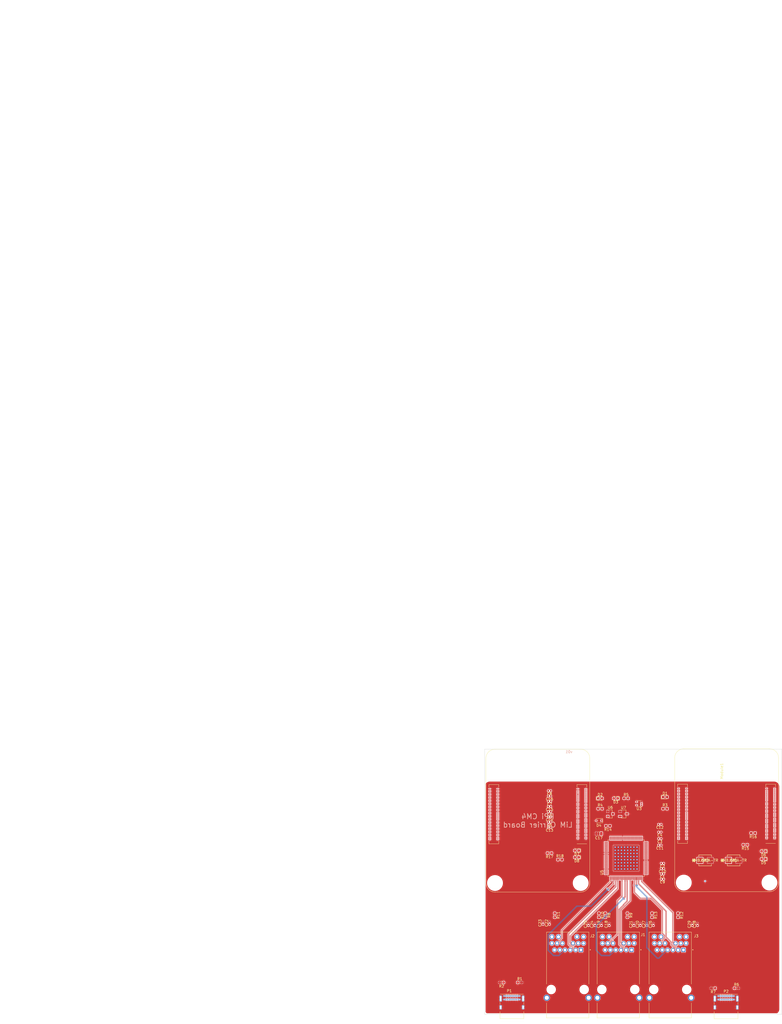
<source format=kicad_pcb>
(kicad_pcb (version 20210623) (generator pcbnew)
  (title_block (title "Raspberry Pi Compute Module 4 Carrier Template") (date "2021-06-03") (rev "v01") (comment 2 "creativecommons.org/licenses/by/4.0/") (comment 3 "License: CC BY-SA 4.0") (comment 4 "Author: Shawn Hymel") (comment 5 "Edited By: Anish Verma"))
  (layers (0 "F.Cu" signal) (31 "B.Cu" signal) (34 "B.Paste" user) (35 "F.Paste" user) (36 "B.SilkS" user "B.Silkscreen") (37 "F.SilkS" user "F.Silkscreen") (38 "B.Mask" user) (39 "F.Mask" user) (44 "Edge.Cuts" user))
  (net 0 "")
  (net 1 "GND")
  (net 2 "+5V")
  (net 3 "+3.3V")
  (net 4 "Net-(D1-Pad1)")
  (net 5 "Net-(D2-Pad1)")
  (net 6 "USB_DM")
  (net 7 "USB_DP")
  (net 8 "USB_DM2")
  (net 9 "USB_DP2")
  (net 10 "Net-(C1-Pad2)")
  (net 11 "Net-(C2-Pad2)")
  (net 12 "+1.8V")
  (net 13 "Net-(D3-Pad1)")
  (net 14 "/nPWR_LED")
  (net 15 "Net-(C3-Pad2)")
  (net 16 "Eth3_A_P")
  (net 17 "Net-(C4-Pad2)")
  (net 18 "Net-(C5-Pad2)")
  (net 19 "Eth3_A_N")
  (net 20 "Eth3_B_P")
  (net 21 "Eth3_B_N")
  (net 22 "Eth3_C_P")
  (net 23 "Eth3_C_N")
  (net 24 "Eth3_D_P")
  (net 25 "Eth3_D_N")
  (net 26 "Eth4_A_P")
  (net 27 "Eth4_A_N")
  (net 28 "Eth4_B_P")
  (net 29 "Eth4_B_N")
  (net 30 "Eth4_C_P")
  (net 31 "Eth4_C_N")
  (net 32 "Eth4_D_P")
  (net 33 "Eth4_D_N")
  (net 34 "Eth5_A_P")
  (net 35 "Eth5_A_N")
  (net 36 "Eth5_B_P")
  (net 37 "Eth5_B_N")
  (net 38 "Eth5_C_P")
  (net 39 "Eth5_C_N")
  (net 40 "Eth5_D_P")
  (net 41 "Eth5_D_N")
  (net 42 "Net-(C6-Pad2)")
  (net 43 "/nLED_Activity")
  (net 44 "/GPIO7")
  (net 45 "/GPIO11")
  (net 46 "/GPIO8")
  (net 47 "/GPIO9")
  (net 48 "/GPIO10")
  (net 49 "/GPIO15")
  (net 50 "/GPIO14")
  (net 51 "/GPIO3")
  (net 52 "/GPIO2")
  (net 53 "/nRPIBOOT")
  (net 54 "/nLED_Activity2")
  (net 55 "Net-(C7-Pad2)")
  (net 56 "Net-(C8-Pad2)")
  (net 57 "Net-(C9-Pad2)")
  (net 58 "Net-(C10-Pad2)")
  (net 59 "Net-(C11-Pad2)")
  (net 60 "Net-(C12-Pad2)")
  (net 61 "Net-(C13-Pad2)")
  (net 62 "Net-(C14-Pad2)")
  (net 63 "Net-(C15-Pad2)")
  (net 64 "Net-(C16-Pad2)")
  (net 65 "Net-(P1-PadA5)")
  (net 66 "Net-(P1-PadB5)")
  (net 67 "Net-(P2-PadA5)")
  (net 68 "Net-(P2-PadB5)")
  (net 69 "Net-(R5-Pad2)")
  (net 70 "Net-(U5-Pad104)")
  (net 71 "Net-(U5-Pad10)")
  (net 72 "LED1_1")
  (net 73 "LED1_0")
  (net 74 "LED2_1")
  (net 75 "LED2_0")
  (net 76 "LED3_1")
  (net 77 "LED3_0")
  (net 78 "Net-(C17-Pad1)")
  (net 79 "LED4_0")
  (net 80 "Net-(D5-Pad2)")
  (net 81 "LED4_1")
  (net 82 "Net-(D6-Pad2)")
  (net 83 "LED5_0")
  (net 84 "Net-(D7-Pad2)")
  (net 85 "LED5_1")
  (net 86 "Net-(D8-Pad2)")
  (net 87 "Net-(C18-Pad1)")
  (net 88 "Net-(C19-Pad1)")
  (net 89 "Net-(C20-Pad1)")
  (net 90 "Net-(C21-Pad1)")
  (net 91 "Net-(C22-Pad1)")
  (net 92 "Net-(C23-Pad1)")
  (net 93 "Net-(C24-Pad1)")
  (net 94 "Net-(C25-Pad1)")
  (net 95 "Net-(C26-Pad1)")
  (net 96 "Net-(C27-Pad1)")
  (net 97 "Net-(C28-Pad1)")
  (net 98 "Net-(C29-Pad1)")
  (net 99 "Eth2_C_N")
  (net 100 "Eth2_C_P")
  (net 101 "Eth2_B_P")
  (net 102 "Eth2_B_N")
  (net 103 "Eth2_D_P")
  (net 104 "Eth2_D_N")
  (net 105 "Eth2_A_N")
  (net 106 "Eth2_A_P")
  (net 107 "Net-(J1-Pad14)")
  (net 108 "Net-(J1-Pad16)")
  (net 109 "Eth1_C_N")
  (net 110 "Eth1_C_P")
  (net 111 "Eth1_B_P")
  (net 112 "Eth1_B_N")
  (net 113 "Eth1_D_P")
  (net 114 "Eth1_D_N")
  (net 115 "Eth1_A_N")
  (net 116 "Eth1_A_P")
  (net 117 "Net-(J2-Pad14)")
  (net 118 "Net-(J2-Pad16)")
  (net 119 "Net-(J3-Pad14)")
  (net 120 "Net-(J3-Pad16)")
  (footprint "LED_SMD:LED_0603_1608Metric" (layer "F.Cu") (at 190.425 86.779 180)
    (fp_text reference "D5")
    (fp_text value "LED Green")
  )
  (footprint "Capacitor_SMD:C_0402_1005Metric" (layer "F.Cu") (at 123 111.909 90)
    (fp_text reference "C25")
    (fp_text value "C")
  )
  (footprint "Capacitor_SMD:C_0805_2012Metric" (layer "F.Cu") (at 127 77 180)
    (fp_text reference "C17")
    (fp_text value "C")
  )
  (footprint "Resistor_SMD:R_0603_1608Metric" (layer "F.Cu") (at 96.525 134.3)
    (fp_text reference "R1")
    (fp_text value "5.1k")
  )
  (footprint "Connector_USB:USB_C_Receptacle_GCT_USB4085" (layer "F.Cu") (at 173.025 139.5)
    (fp_text reference "P2")
    (fp_text value "USB_C_Plug_USB2.0")
  )
  (footprint "Capacitor_SMD:C_0402_1005Metric" (layer "F.Cu") (at 128 111.909 90)
    (fp_text reference "C19")
    (fp_text value "C")
  )
  (footprint "Resistor_SMD:R_0603_1608Metric" (layer "F.Cu") (at 171.025 136.5 180)
    (fp_text reference "R7")
    (fp_text value "5.1k")
  )
  (footprint "Resistor_SMD:R_0603_1608Metric" (layer "F.Cu") (at 127 108.409 -90)
    (fp_text reference "R10")
    (fp_text value "50")
  )
  (footprint "Capacitor_SMD:C_0402_1005Metric" (layer "F.Cu") (at 108 64.5 180)
    (fp_text reference "C7")
    (fp_text value "C")
  )
  (footprint "Resistor_SMD:R_0603_1608Metric" (layer "F.Cu") (at 147.5 108.409 -90)
    (fp_text reference "R13")
    (fp_text value "50")
  )
  (footprint "Connector_USB:USB_C_Receptacle_GCT_USB4085" (layer "F.Cu") (at 90.525 139.475)
    (fp_text reference "P1")
    (fp_text value "USB_C_Plug_USB2.0")
  )
  (footprint "Capacitor_SMD:C_0402_1005Metric" (layer "F.Cu") (at 143 111.909 90)
    (fp_text reference "C20")
    (fp_text value "C")
  )
  (footprint "BEL_0826-1G1T-23-F:BEL_0826-1G1T-23-F" (layer "F.Cu") (at 134.5 137 180)
    (fp_text reference "J1")
    (fp_text value "0826-1G1T-23-F")
  )
  (footprint "Capacitor_SMD:C_0402_1005Metric" (layer "F.Cu") (at 108 68.5 180)
    (fp_text reference "C6")
    (fp_text value "C")
  )
  (footprint "Capacitor_SMD:C_0402_1005Metric" (layer "F.Cu") (at 165 111.909 90)
    (fp_text reference "C28")
    (fp_text value "C")
  )
  (footprint "Capacitor_SMD:C_0402_1005Metric" (layer "F.Cu") (at 150.5 76.409 180)
    (fp_text reference "C4")
    (fp_text value "C")
  )
  (footprint "footprints:SMBJ5.0A-TR" (layer "F.Cu") (at 178.925 87.279)
    (fp_text reference "CR1")
    (fp_text value "SMBJ5.0A-TR")
  )
  (footprint "Resistor_SMD:R_0603_1608Metric" (layer "F.Cu") (at 112 87)
    (fp_text reference "R18")
    (fp_text value "50")
  )
  (footprint "Capacitor_SMD:C_0402_1005Metric" (layer "F.Cu") (at 125.5 111.909 90)
    (fp_text reference "C24")
    (fp_text value "C")
  )
  (footprint "Capacitor_SMD:C_0402_1005Metric" (layer "F.Cu") (at 108 60.5 180)
    (fp_text reference "C8")
    (fp_text value "C")
  )
  (footprint "Capacitor_SMD:C_0402_1005Metric" (layer "F.Cu") (at 145.5 111.909 90)
    (fp_text reference "C27")
    (fp_text value "C")
  )
  (footprint "Resistor_SMD:R_0603_1608Metric" (layer "F.Cu") (at 157.5 108.409 -90)
    (fp_text reference "R12")
    (fp_text value "50")
  )
  (footprint "LED_SMD:LED_0603_1608Metric" (layer "F.Cu") (at 190.425 83.779 180)
    (fp_text reference "D6")
    (fp_text value "LED Green")
  )
  (footprint "Capacitor_SMD:C_0402_1005Metric" (layer "F.Cu") (at 140.5 111.909 90)
    (fp_text reference "C21")
    (fp_text value "C")
  )
  (footprint "Capacitor_SMD:C_0402_1005Metric" (layer "F.Cu") (at 108 62.5 180)
    (fp_text reference "C16")
    (fp_text value "C")
  )
  (footprint "Package_TO_SOT_SMD:SOT-23" (layer "F.Cu") (at 131.42 69.409)
    (fp_text reference "U6")
    (fp_text value "AP2127N-2.5")
  )
  (footprint "Resistor_SMD:R_0603_1608Metric" (layer "F.Cu") (at 183.425 81.279 180)
    (fp_text reference "R15")
    (fp_text value "50")
  )
  (footprint "Capacitor_SMD:C_0402_1005Metric" (layer "F.Cu") (at 108 70.5 180)
    (fp_text reference "C14")
    (fp_text value "C")
  )
  (footprint "LED_SMD:LED_0603_1608Metric" (layer "F.Cu") (at 118.5 83.5 180)
    (fp_text reference "D7")
    (fp_text value "LED Green")
  )
  (footprint "Capacitor_SMD:C_0402_1005Metric" (layer "F.Cu") (at 108 72.5 180)
    (fp_text reference "C5")
    (fp_text value "C")
  )
  (footprint "LED_SMD:LED_0603_1608Metric" (layer "F.Cu") (at 118.5 86.09 180)
    (fp_text reference "D8")
    (fp_text value "LED Green")
  )
  (footprint "Resistor_SMD:R_0603_1608Metric" (layer "F.Cu") (at 137.5 63.409)
    (fp_text reference "R5")
    (fp_text value "1k")
  )
  (footprint "footprints:SMBJ5.0A-TR" (layer "F.Cu") (at 167.925 87.279)
    (fp_text reference "CR2")
    (fp_text value "SMBJ5.0A-TR")
  )
  (footprint "LED_SMD:LED_0603_1608Metric" (layer "F.Cu") (at 152.5 62.909)
    (fp_text reference "D1")
    (fp_text value "LED Green")
  )
  (footprint "BEL_0826-1G1T-23-F:BEL_0826-1G1T-23-F" (layer "F.Cu") (at 154.5 137 180)
    (fp_text reference "J3")
    (fp_text value "0826-1G1T-23-F")
  )
  (footprint "Diode_SMD:D_SOD-323" (layer "F.Cu") (at 127 72 180)
    (fp_text reference "D4")
    (fp_text value "D")
  )
  (footprint "Resistor_SMD:R_0603_1608Metric" (layer "F.Cu") (at 152.5 67.409)
    (fp_text reference "R3")
    (fp_text value "1k")
  )
  (footprint "Capacitor_SMD:C_0402_1005Metric" (layer "F.Cu") (at 105.5 111.409 90)
    (fp_text reference "C23")
    (fp_text value "C")
  )
  (footprint "Resistor_SMD:R_0603_1608Metric" (layer "F.Cu") (at 110 108.409 -90)
    (fp_text reference "R11")
    (fp_text value "50")
  )
  (footprint "Capacitor_SMD:C_0402_1005Metric" (layer "F.Cu") (at 151.5 90.409 180)
    (fp_text reference "C10")
    (fp_text value "C")
  )
  (footprint "Resistor_SMD:R_0603_1608Metric" (layer "F.Cu") (at 129.5 108.409 -90)
    (fp_text reference "R8")
    (fp_text value "50")
  )
  (footprint "Capacitor_SMD:C_0402_1005Metric" (layer "F.Cu") (at 108 74.5 180)
    (fp_text reference "C13")
    (fp_text value "C")
  )
  (footprint "Capacitor_SMD:C_0402_1005Metric" (layer "F.Cu") (at 163 111.909 90)
    (fp_text reference "C29")
    (fp_text value "C")
  )
  (footprint "Resistor_SMD:R_0603_1608Metric" (layer "F.Cu") (at 130.5 74 180)
    (fp_text reference "R14")
    (fp_text value "10k")
  )
  (footprint "BEL_0826-1G1T-23-F:BEL_0826-1G1T-23-F" (layer "F.Cu") (at 115 137 180)
    (fp_text reference "J2")
    (fp_text value "0826-1G1T-23-F")
  )
  (footprint "library:QFP40P1600X1600X120-129N" (layer "F.Cu") (at 137.5 86.409 90)
    (fp_text reference "U5")
    (fp_text value "KSZ9567RTXI")
  )
  (footprint "Resistor_SMD:R_0603_1608Metric" (layer "F.Cu") (at 89.525 134.3 180)
    (fp_text reference "R2")
    (fp_text value "5.1k")
  )
  (footprint "Capacitor_SMD:C_0402_1005Metric" (layer "F.Cu") (at 150.5 81.409 180)
    (fp_text reference "C11")
    (fp_text value "C")
  )
  (footprint "Resistor_SMD:R_0603_1608Metric" (layer "F.Cu") (at 180.025 136.5)
    (fp_text reference "R6")
    (fp_text value "5.1k")
  )
  (footprint "Resistor_SMD:R_0603_1608Metric" (layer "F.Cu") (at 186.425 76.779 180)
    (fp_text reference "R16")
    (fp_text value "50")
  )
  (footprint "Package_TO_SOT_SMD:TSOT-23" (layer "F.Cu") (at 136.5 69.409)
    (fp_text reference "U7")
    (fp_text value "AP2127N3-1.2")
  )
  (footprint "LED_SMD:LED_0603_1608Metric" (layer "F.Cu") (at 127.5 63.409)
    (fp_text reference "D2")
    (fp_text value "LED Green")
  )
  (footprint "Capacitor_SMD:C_0402_1005Metric" (layer "F.Cu") (at 151.5 92.479 180)
    (fp_text reference "C1")
    (fp_text value "C")
  )
  (footprint "Capacitor_SMD:C_0402_1005Metric" (layer "F.Cu") (at 108 111.409 90)
    (fp_text reference "C22")
    (fp_text value "C")
  )
  (footprint "LED_SMD:LED_0603_1608Metric" (layer "F.Cu") (at 133.5 63.409 180)
    (fp_text reference "D3")
    (fp_text value "LED Red")
  )
  (footprint "CM4IO:Raspberry-Pi-4-Compute-Module" (layer "F.Cu") (at 192.7125 47.844 180)
    (fp_text reference "Module1")
    (fp_text value "ComputeModule4-CM4")
  )
  (footprint "Resistor_SMD:R_0603_1608Metric" (layer "F.Cu") (at 138 108.409 -90)
    (fp_text reference "R9")
    (fp_text value "50")
  )
  (footprint "Resistor_SMD:R_0603_1608Metric" (layer "F.Cu") (at 108 84.5 180)
    (fp_text reference "R17")
    (fp_text value "50")
  )
  (footprint "Resistor_SMD:R_0603_1608Metric" (layer "F.Cu") (at 127.5 67.409)
    (fp_text reference "R4")
    (fp_text value "1k")
  )
  (footprint "Capacitor_SMD:C_0402_1005Metric" (layer "F.Cu") (at 151.5 88.409 180)
    (fp_text reference "C2")
    (fp_text value "C")
  )
  (footprint "Capacitor_SMD:C_0402_1005Metric" (layer "F.Cu") (at 151.5 94.479 180)
    (fp_text reference "C9")
    (fp_text value "C")
  )
  (footprint "Package_TO_SOT_SMD:SOT-353_SC-70-5" (layer "F.Cu") (at 142.5 65.409 180)
    (fp_text reference "U3")
    (fp_text value "74LVC1G07SE-7")
  )
  (footprint "Capacitor_SMD:C_0402_1005Metric" (layer "F.Cu") (at 131 111.909 90)
    (fp_text reference "C18")
    (fp_text value "C")
  )
  (footprint "CM4IO:Raspberry-Pi-4-Compute-Module" (layer "F.Cu") (at 120 48 180)
    (fp_text reference "Module2" hide)
    (fp_text value "ComputeModule4-CM4")
  )
  (footprint "Capacitor_SMD:C_0402_1005Metric" (layer "F.Cu") (at 150.5 73.409 180)
    (fp_text reference "C12")
    (fp_text value "C")
  )
  (footprint "Capacitor_SMD:C_0402_1005Metric" (layer "F.Cu") (at 108 66.5 180)
    (fp_text reference "C15")
    (fp_text value "C")
  )
  (footprint "Capacitor_SMD:C_0402_1005Metric" (layer "F.Cu") (at 150.5 78.909 180)
    (fp_text reference "C3")
    (fp_text value "C")
  )
  (footprint "Capacitor_SMD:C_0402_1005Metric" (layer "F.Cu") (at 148 111.909 90)
    (fp_text reference "C26")
    (fp_text value "C")
  )
  (gr_line (start 197.5 146.5) (end 83 146.5) (layer "Edge.Cuts") (width 0.1))
  (gr_line (start 83 146.5) (end 83 44.5) (layer "Edge.Cuts") (width 0.1))
  (gr_line (start 197.5 44.5) (end 197.5 146.5) (layer "Edge.Cuts") (width 0.1))
  (gr_line (start 83 44.5) (end 197.5 44.5) (layer "Edge.Cuts") (width 0.1))
  (gr_text "RPi CM4\nLiM Carrier Board" (at 103.5 72) (layer "B.SilkS") (effects (font (size 2 2) (thickness 0.3)) (justify mirror)))
  (gr_text "v01" (at 115.5 45.5) (layer "B.SilkS") (effects (font (size 1 1)) (justify mirror)))
  (via (at 167.925 95.279) (size 0.508) (drill 0.254) (layers "F.Cu" "B.Cu") (net 0))
  (segment (start 118.920489 73.300489) (end 118.92 73.3) (width 0.2) (layer "F.Cu") (net 1))
  (segment (start 122 79.3) (end 121.41088 79.3) (width 0.2) (layer "F.Cu") (net 1))
  (segment (start 119.50912 71.3) (end 118.92 71.3) (width 0.2) (layer "F.Cu") (net 1))
  (segment (start 118.92 62.1) (end 118.92 61.7) (width 0.2) (layer "F.Cu") (net 12))
  (segment (start 140.335298 97.254663) (end 140.335298 96.563336) (width 0.1524) (layer "F.Cu") (net 16))
  (segment (start 151.299599 118.356401) (end 151.299599 117.926651) (width 0.1524) (layer "F.Cu") (net 16))
  (segment (start 152.076961 117.149289) (end 152.076961 116.210711) (width 0.1524) (layer "F.Cu") (net 16))
  (segment (start 151.299599 115.433349) (end 151.299599 106.424127) (width 0.1524) (layer "F.Cu") (net 16))
  (segment (start 140.335298 96.563336) (end 140.5476 96.351034) (width 0.1524) (layer "F.Cu") (net 16))
  (segment (start 140.5476 96.351034) (end 140.5476 95.229101) (width 0.1524) (layer "F.Cu") (net 16))
  (segment (start 140.5476 97.466966) (end 140.335298 97.254663) (width 0.1524) (layer "F.Cu") (net 16))
  (segment (start 151.299599 117.926651) (end 152.076961 117.149289) (width 0.1524) (layer "F.Cu") (net 16))
  (segment (start 146.936872 102.0614) (end 142.936872 102.0614) (width 0.1524) (layer "F.Cu") (net 16))
  (segment (start 140.5476 95.229101) (end 140.5 95.181501) (width 0.1524) (layer "F.Cu") (net 16))
  (segment (start 152.076961 116.210711) (end 151.299599 115.433349) (width 0.1524) (layer "F.Cu") (net 16))
  (segment (start 151.299599 106.424127) (end 146.936872 102.0614) (width 0.1524) (layer "F.Cu") (net 16))
  (segment (start 140.5476 99.672128) (end 140.5476 97.466966) (width 0.1524) (layer "F.Cu") (net 16))
  (segment (start 142.936872 102.0614) (end 140.5476 99.672128) (width 0.1524) (layer "F.Cu") (net 16))
  (segment (start 140.5 95.181501) (end 140.5 94.079) (width 0.1524) (layer "F.Cu") (net 16))
  (segment (start 150.436 119.22) (end 151.299599 118.356401) (width 0.1524) (layer "F.Cu") (net 16))
  (segment (start 152.381752 117.275537) (end 152.381752 116.084462) (width 0.1524) (layer "F.Cu") (net 19))
  (segment (start 152.381752 116.084462) (end 151.604401 115.307111) (width 0.1524) (layer "F.Cu") (net 19))
  (segment (start 140.640089 96.689585) (end 140.8524 96.477274) (width 0.1524) (layer "F.Cu") (net 19))
  (segment (start 147.063128 101.7566) (end 143.063128 101.7566) (width 0.1524) (layer "F.Cu") (net 19))
  (segment (start 152.468 119.22) (end 151.604401 118.356401) (width 0.1524) (layer "F.Cu") (net 19))
  (segment (start 140.8524 95.229101) (end 140.9 95.181501) (width 0.1524) (layer "F.Cu") (net 19))
  (segment (start 151.604401 106.297873) (end 147.063128 101.7566) (width 0.1524) (layer "F.Cu") (net 19))
  (segment (start 151.604401 115.307111) (end 151.604401 106.297873) (width 0.1524) (layer "F.Cu") (net 19))
  (segment (start 151.604401 118.052888) (end 152.381752 117.275537) (width 0.1524) (layer "F.Cu") (net 19))
  (segment (start 140.640089 97.128415) (end 140.640089 96.689585) (width 0.1524) (layer "F.Cu") (net 19))
  (segment (start 143.063128 101.7566) (end 140.8524 99.545872) (width 0.1524) (layer "F.Cu") (net 19))
  (segment (start 140.8524 96.477274) (end 140.8524 95.229101) (width 0.1524) (layer "F.Cu") (net 19))
  (segment (start 140.8524 97.340726) (end 140.640089 97.128415) (width 0.1524) (layer "F.Cu") (net 19))
  (segment (start 140.9 95.181501) (end 140.9 94.079) (width 0.1524) (layer "F.Cu") (net 19))
  (segment (start 151.604401 118.356401) (end 151.604401 118.052888) (width 0.1524) (layer "F.Cu") (net 19))
  (segment (start 140.8524 99.545872) (end 140.8524 97.340726) (width 0.1524) (layer "F.Cu") (net 19))
  (segment (start 141.3476 93.909) (end 141.347599 96.731201) (width 0.1524) (layer "F.Cu") (net 20))
  (segment (start 141.347599 96.731201) (end 141.1698 96.909) (width 0.1524) (layer "F.Cu") (net 20))
  (via (at 141.1698 96.909) (size 0.508) (drill 0.254) (layers "F.Cu" "B.Cu") (net 20))
  (via (at 141.1698 96.909) (size 0.508) (drill 0.254) (layers "F.Cu" "B.Cu") (net 20))
  (segment (start 153.484 121.76) (end 150.1826 125.0614) (width 0.1524) (layer "B.Cu") (net 20))
  (segment (start 149.436872 125.0614) (end 145.347599 120.972127) (width 0.1524) (layer "B.Cu") (net 20))
  (segment (start 141.347599 97.472127) (end 141.347599 97.086799) (width 0.1524) (layer "B.Cu") (net 20))
  (segment (start 145.347599 120.972127) (end 145.347599 101.472127) (width 0.1524) (layer "B.Cu") (net 20))
  (segment (start 141.347599 97.086799) (end 141.1698 96.909) (width 0.1524) (layer "B.Cu") (net 20))
  (segment (start 150.1826 125.0614) (end 149.436872 125.0614) (width 0.1524) (layer "B.Cu") (net 20))
  (segment (start 145.347599 101.472127) (end 141.347599 97.472127) (width 0.1524) (layer "B.Cu") (net 20))
  (segment (start 141.6524 93.909) (end 141.652401 96.731201) (width 0.1524) (layer "F.Cu") (net 21))
  (segment (start 141.652401 96.731201) (end 141.8302 96.909) (width 0.1524) (layer "F.Cu") (net 21))
  (via (at 141.8302 96.909) (size 0.508) (drill 0.254) (layers "F.Cu" "B.Cu") (net 21))
  (via (at 141.8302 96.909) (size 0.508) (drill 0.254) (layers "F.Cu" "B.Cu") (net 21))
  (segment (start 141.652401 97.345873) (end 141.652401 97.086799) (width 0.1524) (layer "B.Cu") (net 21))
  (segment (start 151.452 123.360947) (end 150.056347 124.7566) (width 0.1524) (layer "B.Cu") (net 21))
  (segment (start 141.652401 97.086799) (end 141.8302 96.909) (width 0.1524) (layer "B.Cu") (net 21))
  (segment (start 150.056347 124.7566) (end 149.563128 124.7566) (width 0.1524) (layer "B.Cu") (net 21))
  (segment (start 145.652401 120.845873) (end 145.652401 101.345873) (width 0.1524) (layer "B.Cu") (net 21))
  (segment (start 149.563128 124.7566) (end 145.652401 120.845873) (width 0.1524) (layer "B.Cu") (net 21))
  (segment (start 145.652401 101.345873) (end 141.652401 97.345873) (width 0.1524) (layer "B.Cu") (net 21))
  (segment (start 151.452 121.76) (end 151.452 123.360947) (width 0.1524) (layer "B.Cu") (net 21))
  (segment (start 156.361578 120.914422) (end 155.830146 120.914422) (width 0.1524) (layer "F.Cu") (net 22))
  (segment (start 152.733672 106.929454) (end 142.1476 96.343382) (width 0.1524) (layer "F.Cu") (net 22))
  (segment (start 152.733672 116.8582) (end 152.733672 106.929454) (width 0.1524) (layer "F.Cu") (net 22))
  (segment (start 142.1476 95.229101) (end 142.1 95.181501) (width 0.1524) (layer "F.Cu") (net 22))
  (segment (start 142.1476 96.343382) (end 142.1476 95.229101) (width 0.1524) (layer "F.Cu") (net 22))
  (segment (start 154.690889 118.815417) (end 152.733672 116.8582) (width 0.1524) (layer "F.Cu") (net 22))
  (segment (start 142.1 95.181501) (end 142.1 94.079) (width 0.1524) (layer "F.Cu") (net 22))
  (segment (start 155.516 121.76) (end 156.361578 120.914422) (width 0.1524) (layer "F.Cu") (net 22))
  (segment (start 154.690889 119.775165) (end 154.690889 118.815417) (width 0.1524) (layer "F.Cu") (net 22))
  (segment (start 155.830146 120.914422) (end 154.690889 119.775165) (width 0.1524) (layer "F.Cu") (net 22))
  (segment (start 157.548 121.76) (end 156.684401 120.896401) (width 0.1524) (layer "F.Cu") (net 23))
  (segment (start 142.4524 96.217143) (end 142.4524 95.229101) (width 0.1524) (layer "F.Cu") (net 23))
  (segment (start 154.99568 118.689152) (end 153.038463 116.731935) (width 0.1524) (layer "F.Cu") (net 23))
  (segment (start 153.038463 106.803206) (end 142.4524 96.217143) (width 0.1524) (layer "F.Cu") (net 23))
  (segment (start 142.5 95.181501) (end 142.5 94.079) (width 0.1524) (layer "F.Cu") (net 23))
  (segment (start 156.684401 120.609631) (end 155.956395 120.609631) (width 0.1524) (layer "F.Cu") (net 23))
  (segment (start 142.4524 95.229101) (end 142.5 95.181501) (width 0.1524) (layer "F.Cu") (net 23))
  (segment (start 154.99568 119.648916) (end 154.99568 118.689152) (width 0.1524) (layer "F.Cu") (net 23))
  (segment (start 155.956395 120.609631) (end 154.99568 119.648916) (width 0.1524) (layer "F.Cu") (net 23))
  (segment (start 156.684401 120.896401) (end 156.684401 120.609631) (width 0.1524) (layer "F.Cu") (net 23))
  (segment (start 153.038463 116.731935) (end 153.038463 106.803206) (width 0.1524) (layer "F.Cu") (net 23))
  (segment (start 155.3476 119.047222) (end 155.3476 107.472128) (width 0.1524) (layer "F.Cu") (net 24))
  (segment (start 156.102165 120.257711) (end 155.494289 119.649835) (width 0.1524) (layer "F.Cu") (net 24))
  (segment (start 158.2592 119.5248) (end 157.694746 119.5248) (width 0.1524) (layer "F.Cu") (net 24))
  (segment (start 157.694746 119.5248) (end 156.961835 120.257711) (width 0.1524) (layer "F.Cu") (net 24))
  (segment (start 155.494289 119.193911) (end 155.3476 119.047222) (width 0.1524) (layer "F.Cu") (net 24))
  (segment (start 143.3476 95.472128) (end 143.3476 95.229101) (width 0.1524) (layer "F.Cu") (net 24))
  (segment (start 155.494289 119.649835) (end 155.494289 119.193911) (width 0.1524) (layer "F.Cu") (net 24))
  (segment (start 158.564 119.22) (end 158.2592 119.5248) (width 0.1524) (layer "F.Cu") (net 24))
  (segment (start 143.3 95.181501) (end 143.3 94.079) (width 0.1524) (layer "F.Cu") (net 24))
  (segment (start 156.961835 120.257711) (end 156.102165 120.257711) (width 0.1524) (layer "F.Cu") (net 24))
  (segment (start 155.3476 107.472128) (end 143.3476 95.472128) (width 0.1524) (layer "F.Cu") (net 24))
  (segment (start 143.3476 95.229101) (end 143.3 95.181501) (width 0.1524) (layer "F.Cu") (net 24))
  (segment (start 143.6524 95.345872) (end 143.6524 95.229101) (width 0.1524) (layer "F.Cu") (net 25))
  (segment (start 155.6524 107.345872) (end 143.6524 95.345872) (width 0.1524) (layer "F.Cu") (net 25))
  (segment (start 156.532 119.22) (end 155.951434 119.22) (width 0.1524) (layer "F.Cu") (net 25))
  (segment (start 155.6524 118.920966) (end 155.6524 107.345872) (width 0.1524) (layer "F.Cu") (net 25))
  (segment (start 143.7 95.181501) (end 143.7 94.079) (width 0.1524) (layer "F.Cu") (net 25))
  (segment (start 155.951434 119.22) (end 155.6524 118.920966) (width 0.1524) (layer "F.Cu") (net 25))
  (segment (start 143.6524 95.229101) (end 143.7 95.181501) (width 0.1524) (layer "F.Cu") (net 25))
  (segment (start 138.0524 95.229101) (end 138.1 95.181501) (width 0.1524) (layer "F.Cu") (net 99))
  (segment (start 137.548 121.76) (end 136.684401 120.896401) (width 0.1524) (layer "F.Cu") (net 99))
  (segment (start 136.684401 120.562031) (end 135.976112 120.562031) (width 0.1524) (layer "F.Cu") (net 99))
  (segment (start 136.684401 120.896401) (end 136.684401 120.562031) (width 0.1524) (layer "F.Cu") (net 99))
  (segment (start 138.1 95.181501) (end 138.1 94.079) (width 0.1524) (layer "F.Cu") (net 99))
  (segment (start 136.684401 104.383427) (end 138.0524 103.015428) (width 0.1524) (layer "F.Cu") (net 99))
  (segment (start 136.684401 104.511381) (end 136.684401 104.383427) (width 0.1524) (layer "F.Cu") (net 99))
  (segment (start 134.99568 119.581599) (end 134.99568 106.200102) (width 0.1524) (layer "F.Cu") (net 99))
  (segment (start 134.99568 106.200102) (end 136.684401 104.511381) (width 0.1524) (layer "F.Cu") (net 99))
  (segment (start 138.0524 103.015428) (end 138.0524 95.229101) (width 0.1524) (layer "F.Cu") (net 99))
  (segment (start 135.976112 120.562031) (end 134.99568 119.581599) (width 0.1524) (layer "F.Cu") (net 99))
  (segment (start 137.7476 102.889172) (end 137.7476 95.229101) (width 0.1524) (layer "F.Cu") (net 100))
  (segment (start 136.379599 104.385143) (end 136.379599 104.257173) (width 0.1524) (layer "F.Cu") (net 100))
  (segment (start 135.516 121.76) (end 136.379599 120.896401) (width 0.1524) (layer "F.Cu") (net 100))
  (segment (start 134.690889 106.073853) (end 136.379599 104.385143) (width 0.1524) (layer "F.Cu") (net 100))
  (segment (start 137.7476 95.229101) (end 137.7 95.181501) (width 0.1524) (layer "F.Cu") (net 100))
  (segment (start 137.7 95.181501) (end 137.7 94.079) (width 0.1524) (layer "F.Cu") (net 100))
  (segment (start 136.379599 104.257173) (end 137.7476 102.889172) (width 0.1524) (layer "F.Cu") (net 100))
  (segment (start 135.879443 120.896401) (end 134.690889 119.707847) (width 0.1524) (layer "F.Cu") (net 100))
  (segment (start 134.690889 119.707847) (end 134.690889 106.073853) (width 0.1524) (layer "F.Cu") (net 100))
  (segment (start 136.379599 120.896401) (end 135.879443 120.896401) (width 0.1524) (layer "F.Cu") (net 100))
  (segment (start 136.9 95.181501) (end 136.9476 95.229101) (width 0.1524) (layer "F.Cu") (net 101))
  (segment (start 136.9476 95.229101) (end 136.9476 101.245873) (width 0.1524) (layer "F.Cu") (net 101))
  (segment (start 136.51796 101.675513) (end 136.266513 101.675513) (width 0.1524) (layer "F.Cu") (net 101))
  (segment (start 136.9 94.079) (end 136.9 95.181501) (width 0.1524) (layer "F.Cu") (net 101))
  (segment (start 136.9476 101.245873) (end 136.51796 101.675513) (width 0.1524) (layer "F.Cu") (net 101))
  (via (at 136.266513 101.675513) (size 0.508) (drill 0.254) (layers "F.Cu" "B.Cu") (net 101))
  (via (at 136.266513 101.675513) (size 0.508) (drill 0.254) (layers "F.Cu" "B.Cu") (net 101))
  (segment (start 133.484 121.76) (end 131.1826 124.0614) (width 0.1524) (layer "B.Cu") (net 101))
  (segment (start 125.8476 121.972128) (end 125.8476 112.345873) (width 0.1524) (layer "B.Cu") (net 101))
  (segment (start 136.266513 101.92696) (end 136.266513 101.675513) (width 0.1524) (layer "B.Cu") (net 101))
  (segment (start 131.1826 124.0614) (end 127.936872 124.0614) (width 0.1524) (layer "B.Cu") (net 101))
  (segment (start 127.936872 124.0614) (end 125.8476 121.972128) (width 0.1524) (layer "B.Cu") (net 101))
  (segment (start 125.8476 112.345873) (end 136.266513 101.92696) (width 0.1524) (layer "B.Cu") (net 101))
  (segment (start 137.3 94.079) (end 137.3 95.181501) (width 0.1524) (layer "F.Cu") (net 102))
  (segment (start 137.2524 101.372127) (end 136.733487 101.89104) (width 0.1524) (layer "F.Cu") (net 102))
  (segment (start 137.2524 95.229101) (end 137.2524 101.372127) (width 0.1524) (layer "F.Cu") (net 102))
  (segment (start 137.3 95.181501) (end 137.2524 95.229101) (width 0.1524) (layer "F.Cu") (net 102))
  (segment (start 136.733487 101.89104) (end 136.733487 102.142487) (width 0.1524) (layer "F.Cu") (net 102))
  (via (at 136.733487 102.142487) (size 0.508) (drill 0.254) (layers "F.Cu" "B.Cu") (net 102))
  (via (at 136.733487 102.142487) (size 0.508) (drill 0.254) (layers "F.Cu" "B.Cu") (net 102))
  (segment (start 126.1524 112.472127) (end 136.48204 102.142487) (width 0.1524) (layer "B.Cu") (net 102))
  (segment (start 131.452 123.360947) (end 131.056347 123.7566) (width 0.1524) (layer "B.Cu") (net 102))
  (segment (start 131.056347 123.7566) (end 128.063128 123.7566) (width 0.1524) (layer "B.Cu") (net 102))
  (segment (start 126.1524 121.845872) (end 126.1524 112.472127) (width 0.1524) (layer "B.Cu") (net 102))
  (segment (start 128.063128 123.7566) (end 126.1524 121.845872) (width 0.1524) (layer "B.Cu") (net 102))
  (segment (start 136.48204 102.142487) (end 136.733487 102.142487) (width 0.1524) (layer "B.Cu") (net 102))
  (segment (start 131.452 121.76) (end 131.452 123.360947) (width 0.1524) (layer "B.Cu") (net 102))
  (segment (start 135.3476 106.345872) (end 138.9476 102.745872) (width 0.1524) (layer "F.Cu") (net 103))
  (segment (start 136.942118 120.210111) (end 136.121882 120.210111) (width 0.1524) (layer "F.Cu") (net 103))
  (segment (start 138.2592 119.5248) (end 137.627429 119.5248) (width 0.1524) (layer "F.Cu") (net 103))
  (segment (start 135.541889 119.630118) (end 135.541889 119.20967) (width 0.1524) (layer "F.Cu") (net 103))
  (segment (start 138.9 95.181501) (end 138.9 94.079) (width 0.1524) (layer "F.Cu") (net 103))
  (segment (start 135.541889 119.20967) (end 135.3476 119.015381) (width 0.1524) (layer "F.Cu") (net 103))
  (segment (start 136.121882 120.210111) (end 135.541889 119.630118) (width 0.1524) (layer "F.Cu") (net 103))
  (segment (start 137.627429 119.5248) (end 136.942118 120.210111) (width 0.1524) (layer "F.Cu") (net 103))
  (segment (start 138.564 119.22) (end 138.2592 119.5248) (width 0.1524) (layer "F.Cu") (net 103))
  (segment (start 135.3476 119.015381) (end 135.3476 106.345872) (width 0.1524) (layer "F.Cu") (net 103))
  (segment (start 138.9476 95.229101) (end 138.9 95.181501) (width 0.1524) (layer "F.Cu") (net 103))
  (segment (start 138.9476 102.745872) (end 138.9476 95.229101) (width 0.1524) (layer "F.Cu") (net 103))
  (segment (start 139.2524 95.229101) (end 139.3 95.181501) (width 0.1524) (layer "F.Cu") (net 104))
  (segment (start 135.6524 118.889125) (end 135.6524 106.472128) (width 0.1524) (layer "F.Cu") (net 104))
  (segment (start 136.532 119.22) (end 135.983275 119.22) (width 0.1524) (layer "F.Cu") (net 104))
  (segment (start 139.2524 102.872128) (end 139.2524 95.229101) (width 0.1524) (layer "F.Cu") (net 104))
  (segment (start 135.6524 106.472128) (end 139.2524 102.872128) (width 0.1524) (layer "F.Cu") (net 104))
  (segment (start 135.983275 119.22) (end 135.6524 118.889125) (width 0.1524) (layer "F.Cu") (net 104))
  (segment (start 139.3 95.181501) (end 139.3 94.079) (width 0.1524) (layer "F.Cu") (net 104))
  (segment (start 136.0524 95.229101) (end 136.1 95.181501) (width 0.1524) (layer "F.Cu") (net 105))
  (segment (start 136.1 95.181501) (end 136.1 94.079) (width 0.1524) (layer "F.Cu") (net 105))
  (segment (start 134.338969 115.748084) (end 134.338969 102.853931) (width 0.1524) (layer "F.Cu") (net 105))
  (segment (start 132.468 117.619053) (end 134.338969 115.748084) (width 0.1524) (layer "F.Cu") (net 105))
  (segment (start 136.0524 101.1405) (end 136.0524 95.229101) (width 0.1524) (layer "F.Cu") (net 105))
  (segment (start 132.468 119.22) (end 132.468 117.619053) (width 0.1524) (layer "F.Cu") (net 105))
  (segment (start 134.338969 102.853931) (end 136.0524 101.1405) (width 0.1524) (layer "F.Cu") (net 105))
  (segment (start 134.034178 102.727682) (end 135.7476 101.01426) (width 0.1524) (layer "F.Cu") (net 106))
  (segment (start 135.7476 95.229101) (end 135.7 95.181501) (width 0.1524) (layer "F.Cu") (net 106))
  (segment (start 130.436 119.22) (end 134.034178 115.621822) (width 0.1524) (layer "F.Cu") (net 106))
  (segment (start 135.7 95.181501) (end 135.7 94.079) (width 0.1524) (layer "F.Cu") (net 106))
  (segment (start 135.7476 101.01426) (end 135.7476 95.229101) (width 0.1524) (layer "F.Cu") (net 106))
  (segment (start 134.034178 115.621822) (end 134.034178 102.727682) (width 0.1524) (layer "F.Cu") (net 106))
  (segment (start 115.4957 119.562331) (end 115.4957 115.628828) (width 0.1524) (layer "F.Cu") (net 109))
  (segment (start 116.850031 120.562031) (end 116.476112 120.562031) (width 0.1524) (layer "F.Cu") (net 109))
  (segment (start 133.6524 97.472128) (end 133.6524 95.229101) (width 0.1524) (layer "F.Cu") (net 109))
  (segment (start 116.476112 120.562031) (end 115.689969 119.775888) (width 0.1524) (layer "F.Cu") (net 109))
  (segment (start 133.7 95.181501) (end 133.7 94.079) (width 0.1524) (layer "F.Cu") (net 109))
  (segment (start 115.689969 119.7566) (end 115.4957 119.562331) (width 0.1524) (layer "F.Cu") (net 109))
  (segment (start 118.048 121.76) (end 116.850031 120.562031) (width 0.1524) (layer "F.Cu") (net 109))
  (segment (start 133.6524 95.229101) (end 133.7 95.181501) (width 0.1524) (layer "F.Cu") (net 109))
  (segment (start 115.689969 119.775888) (end 115.689969 119.7566) (width 0.1524) (layer "F.Cu") (net 109))
  (segment (start 115.4957 115.628828) (end 133.6524 97.472128) (width 0.1524) (layer "F.Cu") (net 109))
  (segment (start 133.3476 95.229101) (end 133.3 95.181501) (width 0.1524) (layer "F.Cu") (net 110))
  (segment (start 133.3 95.181501) (end 133.3 94.079) (width 0.1524) (layer "F.Cu") (net 110))
  (segment (start 116.016 121.76) (end 116.016 120.532959) (width 0.1524) (layer "F.Cu") (net 110))
  (segment (start 115.1909 119.707859) (end 115.1909 115.502572) (width 0.1524) (layer "F.Cu") (net 110))
  (segment (start 115.1909 115.502572) (end 133.3476 97.345872) (width 0.1524) (layer "F.Cu") (net 110))
  (segment (start 116.016 120.532959) (end 115.1909 119.707859) (width 0.1524) (layer "F.Cu") (net 110))
  (segment (start 133.3476 97.345872) (end 133.3476 95.229101) (width 0.1524) (layer "F.Cu") (net 110))
  (segment (start 132.5476 95.229101) (end 132.5476 96.145873) (width 0.1524) (layer "F.Cu") (net 111))
  (segment (start 132.5476 96.145873) (end 130.51796 98.175513) (width 0.1524) (layer "F.Cu") (net 111))
  (segment (start 132.5 94.079) (end 132.5 95.181501) (width 0.1524) (layer "F.Cu") (net 111))
  (segment (start 130.51796 98.175513) (end 130.266513 98.175513) (width 0.1524) (layer "F.Cu") (net 111))
  (segment (start 132.5 95.181501) (end 132.5476 95.229101) (width 0.1524) (layer "F.Cu") (net 111))
  (via (at 130.266513 98.175513) (size 0.508) (drill 0.254) (layers "F.Cu" "B.Cu") (net 111))
  (via (at 130.266513 98.175513) (size 0.508) (drill 0.254) (layers "F.Cu" "B.Cu") (net 111))
  (segment (start 113.984 121.76) (end 111.6826 124.0614) (width 0.1524) (layer "B.Cu") (net 111))
  (segment (start 107.3476 115.845872) (end 118.436872 104.7566) (width 0.1524) (layer "B.Cu") (net 111))
  (segment (start 118.436872 104.7566) (end 123.936873 104.7566) (width 0.1524) (layer "B.Cu") (net 111))
  (segment (start 111.6826 124.0614) (end 109.436872 124.0614) (width 0.1524) (layer "B.Cu") (net 111))
  (segment (start 107.3476 121.972128) (end 107.3476 115.845872) (width 0.1524) (layer "B.Cu") (net 111))
  (segment (start 123.936873 104.7566) (end 130.266513 98.42696) (width 0.1524) (layer "B.Cu") (net 111))
  (segment (start 130.266513 98.42696) (end 130.266513 98.175513) (width 0.1524) (layer "B.Cu") (net 111))
  (segment (start 109.436872 124.0614) (end 107.3476 121.972128) (width 0.1524) (layer "B.Cu") (net 111))
  (segment (start 132.8524 95.229101) (end 132.8524 96.272127) (width 0.1524) (layer "F.Cu") (net 112))
  (segment (start 132.9 95.181501) (end 132.8524 95.229101) (width 0.1524) (layer "F.Cu") (net 112))
  (segment (start 130.733487 98.39104) (end 130.733487 98.642487) (width 0.1524) (layer "F.Cu") (net 112))
  (segment (start 132.8524 96.272127) (end 130.733487 98.39104) (width 0.1524) (layer "F.Cu") (net 112))
  (segment (start 132.9 94.079) (end 132.9 95.181501) (width 0.1524) (layer "F.Cu") (net 112))
  (via (at 130.733487 98.642487) (size 0.508) (drill 0.254) (layers "F.Cu" "B.Cu") (net 112))
  (via (at 130.733487 98.642487) (size 0.508) (drill 0.254) (layers "F.Cu" "B.Cu") (net 112))
  (segment (start 111.556347 123.7566) (end 109.563128 123.7566) (width 0.1524) (layer "B.Cu") (net 112))
  (segment (start 109.563128 123.7566) (end 107.6524 121.845872) (width 0.1524) (layer "B.Cu") (net 112))
  (segment (start 111.952 121.76) (end 111.952 123.360947) (width 0.1524) (layer "B.Cu") (net 112))
  (segment (start 124.063127 105.0614) (end 130.48204 98.642487) (width 0.1524) (layer "B.Cu") (net 112))
  (segment (start 107.6524 115.972128) (end 118.563128 105.0614) (width 0.1524) (layer "B.Cu") (net 112))
  (segment (start 107.6524 121.845872) (end 107.6524 115.972128) (width 0.1524) (layer "B.Cu") (net 112))
  (segment (start 111.952 123.360947) (end 111.556347 123.7566) (width 0.1524) (layer "B.Cu") (net 112))
  (segment (start 118.563128 105.0614) (end 124.063127 105.0614) (width 0.1524) (layer "B.Cu") (net 112))
  (segment (start 130.48204 98.642487) (end 130.733487 98.642487) (width 0.1524) (layer "B.Cu") (net 112))
  (segment (start 117.442118 120.210111) (end 116.621882 120.210111) (width 0.1524) (layer "F.Cu") (net 113))
  (segment (start 116.041889 119.630118) (end 116.041889 119.20967) (width 0.1524) (layer "F.Cu") (net 113))
  (segment (start 119.064 119.22) (end 118.7592 119.5248) (width 0.1524) (layer "F.Cu") (net 113))
  (segment (start 134.1476 95.229101) (end 134.1 95.181501) (width 0.1524) (layer "F.Cu") (net 113))
  (segment (start 115.8476 119.015381) (end 115.8476 116.345872) (width 0.1524) (layer "F.Cu") (net 113))
  (segment (start 134.1476 98.045872) (end 134.1476 95.229101) (width 0.1524) (layer "F.Cu") (net 113))
  (segment (start 115.8476 116.345872) (end 134.1476 98.045872) (width 0.1524) (layer "F.Cu") (net 113))
  (segment (start 118.7592 119.5248) (end 118.127429 119.5248) (width 0.1524) (layer "F.Cu") (net 113))
  (segment (start 116.621882 120.210111) (end 116.041889 119.630118) (width 0.1524) (layer "F.Cu") (net 113))
  (segment (start 118.127429 119.5248) (end 117.442118 120.210111) (width 0.1524) (layer "F.Cu") (net 113))
  (segment (start 134.1 95.181501) (end 134.1 94.079) (width 0.1524) (layer "F.Cu") (net 113))
  (segment (start 116.041889 119.20967) (end 115.8476 119.015381) (width 0.1524) (layer "F.Cu") (net 113))
  (segment (start 134.4524 98.172128) (end 134.4524 95.229101) (width 0.1524) (layer "F.Cu") (net 114))
  (segment (start 117.032 119.22) (end 116.483275 119.22) (width 0.1524) (layer "F.Cu") (net 114))
  (segment (start 116.1524 118.889125) (end 116.1524 116.472128) (width 0.1524) (layer "F.Cu") (net 114))
  (segment (start 116.1524 116.472128) (end 134.4524 98.172128) (width 0.1524) (layer "F.Cu") (net 114))
  (segment (start 116.483275 119.22) (end 116.1524 118.889125) (width 0.1524) (layer "F.Cu") (net 114))
  (segment (start 134.5 95.181501) (end 134.5 94.079) (width 0.1524) (layer "F.Cu") (net 114))
  (segment (start 134.4524 95.229101) (end 134.5 95.181501) (width 0.1524) (layer "F.Cu") (net 114))
  (segment (start 112.881752 117.275537) (end 112.881752 114.242776) (width 0.1524) (layer "F.Cu") (net 115))
  (segment (start 112.104401 118.356401) (end 112.104401 118.052888) (width 0.1524) (layer "F.Cu") (net 115))
  (segment (start 131.6524 95.229101) (end 131.7 95.181501) (width 0.1524) (layer "F.Cu") (net 115))
  (segment (start 112.881752 114.242776) (end 131.6524 95.472128) (width 0.1524) (layer "F.Cu") (net 115))
  (segment (start 112.104401 118.052888) (end 112.881752 117.275537) (width 0.1524) (layer "F.Cu") (net 115))
  (segment (start 112.968 119.22) (end 112.104401 118.356401) (width 0.1524) (layer "F.Cu") (net 115))
  (segment (start 131.6524 95.472128) (end 131.6524 95.229101) (width 0.1524) (layer "F.Cu") (net 115))
  (segment (start 131.7 95.181501) (end 131.7 94.079) (width 0.1524) (layer "F.Cu") (net 115))
  (segment (start 112.576961 114.116511) (end 131.3476 95.345872) (width 0.1524) (layer "F.Cu") (net 116))
  (segment (start 110.936 119.22) (end 111.799599 118.356401) (width 0.1524) (layer "F.Cu") (net 116))
  (segment (start 111.799599 117.926651) (end 112.576961 117.149289) (width 0.1524) (layer "F.Cu") (net 116))
  (segment (start 131.3476 95.229101) (end 131.3 95.181501) (width 0.1524) (layer "F.Cu") (net 116))
  (segment (start 131.3 95.181501) (end 131.3 94.079) (width 0.1524) (layer "F.Cu") (net 116))
  (segment (start 112.576961 117.149289) (end 112.576961 114.116511) (width 0.1524) (layer "F.Cu") (net 116))
  (segment (start 131.3476 95.345872) (end 131.3476 95.229101) (width 0.1524) (layer "F.Cu") (net 116))
  (segment (start 111.799599 118.356401) (end 111.799599 117.926651) (width 0.1524) (layer "F.Cu") (net 116))
  (zone (net 0) (net_name "") (layers F&B.Cu) (name "Wireless Keepout") (connect_pads (clearance 0)) (min_thickness 0.254)
    (keepout (tracks not_allowed) (vias not_allowed) (pads not_allowed) (copperpour not_allowed) (footprints not_allowed))
    (fill (thermal_gap 0.508) (thermal_bridge_width 0.508))
    (polygon (pts (xy 113 51) (xy 102 51) (xy 102 44.5) (xy 113 44.5)))
  )
  (zone (net 1) (net_name "GND") (layer "F.Cu") (name "GND") (connect_pads (clearance 0.1)) (min_thickness 0.1) (fill yes (thermal_gap 0.1) (thermal_bridge_width 0.1) (smoothing fillet) (radius 2))
    (polygon (pts (xy 196.5 146.5) (xy 83 146.5) (xy 83 56.952696) (xy 196.5 56.952696)))
  )
)
</source>
